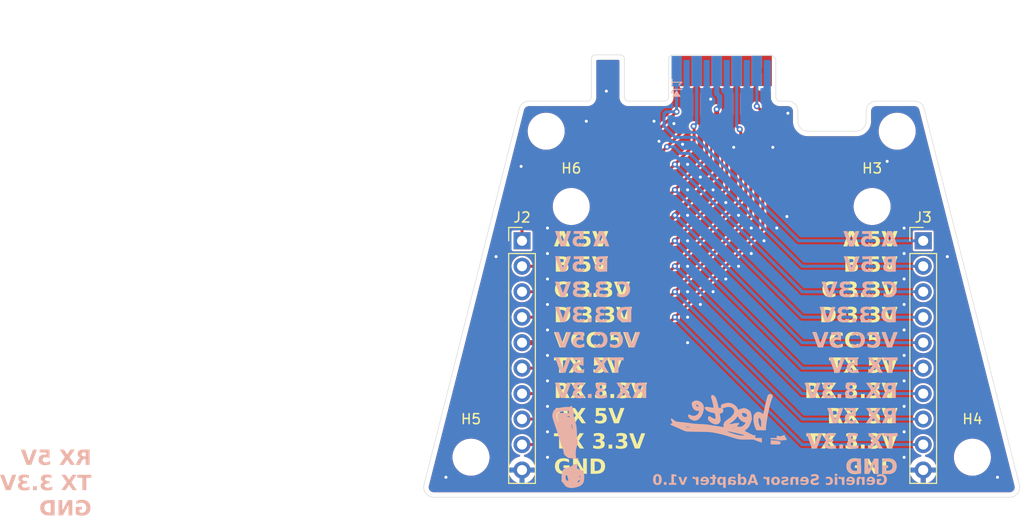
<source format=kicad_pcb>
(kicad_pcb (version 20240108) (generator "pcbnew") (generator_version "8.0")
  (layers (0 "F.Cu" signal) (1 "In1.Cu" signal) (2 "In2.Cu" signal) (31 "B.Cu" signal) (34 "B.Paste" user) (35 "F.Paste" user) (36 "B.SilkS" user "B.Silkscreen") (37 "F.SilkS" user "F.Silkscreen") (38 "B.Mask" user) (39 "F.Mask" user) (44 "Edge.Cuts" user))
  (net 0 "")
  (net 1 "/GPIO_B_5V")
  (net 2 "GND")
  (net 3 "/RX_5V")
  (net 4 "/GPIO_D_3.3V")
  (net 5 "/GPIO_C_3.3V")
  (net 6 "/GPIO_A_5V")
  (net 7 "/RX_3.3V")
  (net 8 "+5V")
  (net 9 "/TX_3.3V")
  (net 10 "/TX_5V")
  (footprint "MountingHole:MountingHole_3.2mm_M3_DIN965" (layer "F.Cu") (at 120 55)
    (property "Reference" "H3" (at 0 -3.8 0) (layer "F.SilkS"))
    (property "Value" "MountingHole")
    (pad "" np_thru_hole circle (at 0 0) (size 3.2 3.2) (drill 3.2) (layers "*.Cu" "*.Mask"))
  )
  (footprint "MountingHole:MountingHole_3.2mm_M3_DIN965" (layer "F.Cu") (at 130 80)
    (property "Reference" "H4" (at 0 -3.8 0) (layer "F.SilkS"))
    (property "Value" "MountingHole")
    (pad "" np_thru_hole circle (at 0 0) (size 3.2 3.2) (drill 3.2) (layers "*.Cu" "*.Mask"))
  )
  (footprint "MountingHole:MountingHole_3.2mm_M3_DIN965" (layer "F.Cu") (at 80 80)
    (property "Reference" "H5" (at 0 -3.8 0) (layer "F.SilkS"))
    (property "Value" "MountingHole")
    (pad "" np_thru_hole circle (at 0 0) (size 3.2 3.2) (drill 3.2) (layers "*.Cu" "*.Mask"))
  )
  (footprint "MountingHole:MountingHole_3.2mm_M3_DIN965" (layer "F.Cu") (at 122.5 47.49375)
    (property "Reference" "H2" (hide yes))
    (property "Value" "MountingHole")
    (pad "" np_thru_hole circle (at 0 0) (size 3.2 3.2) (drill 3.2) (layers "F&B.Cu" "*.Mask"))
  )
  (footprint "Connector_PinHeader_2.54mm:PinHeader_1x10_P2.54mm_Vertical" (layer "F.Cu") (at 125.095 58.42)
    (property "Reference" "J3" (at 0 -2.33 0) (layer "F.SilkS"))
    (property "Value" "Conn_02x05_Odd_Even")
    (pad "1" thru_hole rect (at 0 0) (size 1.7 1.7) (drill 1) (layers "*.Cu" "*.Mask") (net 6 "/GPIO_A_5V"))
    (pad "2" thru_hole oval (at 0 2.54) (size 1.7 1.7) (drill 1) (layers "*.Cu" "*.Mask") (net 1 "/GPIO_B_5V"))
    (pad "3" thru_hole oval (at 0 5.08) (size 1.7 1.7) (drill 1) (layers "*.Cu" "*.Mask") (net 5 "/GPIO_C_3.3V"))
    (pad "4" thru_hole oval (at 0 7.62) (size 1.7 1.7) (drill 1) (layers "*.Cu" "*.Mask") (net 4 "/GPIO_D_3.3V"))
    (pad "5" thru_hole oval (at 0 10.16) (size 1.7 1.7) (drill 1) (layers "*.Cu" "*.Mask") (net 8 "+5V"))
    (pad "6" thru_hole oval (at 0 12.7) (size 1.7 1.7) (drill 1) (layers "*.Cu" "*.Mask") (net 10 "/TX_5V"))
    (pad "7" thru_hole oval (at 0 15.24) (size 1.7 1.7) (drill 1) (layers "*.Cu" "*.Mask") (net 7 "/RX_3.3V"))
    (pad "8" thru_hole oval (at 0 17.78) (size 1.7 1.7) (drill 1) (layers "*.Cu" "*.Mask") (net 3 "/RX_5V"))
    (pad "9" thru_hole oval (at 0 20.32) (size 1.7 1.7) (drill 1) (layers "*.Cu" "*.Mask") (net 9 "/TX_3.3V"))
    (pad "10" thru_hole oval (at 0 22.86) (size 1.7 1.7) (drill 1) (layers "*.Cu" "*.Mask") (net 2 "GND"))
  )
  (footprint "MountingHole:MountingHole_3.2mm_M3_DIN965" (layer "F.Cu") (at 87.5 47.49375)
    (property "Reference" "H1" (hide yes))
    (property "Value" "MountingHole")
    (pad "" np_thru_hole circle (at 0 0) (size 3.2 3.2) (drill 3.2) (layers "F&B.Cu" "*.Mask"))
  )
  (footprint "Connector_PinHeader_2.54mm:PinHeader_1x10_P2.54mm_Vertical" (layer "F.Cu") (at 85.09 58.42)
    (property "Reference" "J2" (at 0 -2.33 0) (layer "F.SilkS"))
    (property "Value" "Conn_02x05_Odd_Even")
    (pad "1" thru_hole rect (at 0 0) (size 1.7 1.7) (drill 1) (layers "*.Cu" "*.Mask") (net 6 "/GPIO_A_5V"))
    (pad "2" thru_hole oval (at 0 2.54) (size 1.7 1.7) (drill 1) (layers "*.Cu" "*.Mask") (net 1 "/GPIO_B_5V"))
    (pad "3" thru_hole oval (at 0 5.08) (size 1.7 1.7) (drill 1) (layers "*.Cu" "*.Mask") (net 5 "/GPIO_C_3.3V"))
    (pad "4" thru_hole oval (at 0 7.62) (size 1.7 1.7) (drill 1) (layers "*.Cu" "*.Mask") (net 4 "/GPIO_D_3.3V"))
    (pad "5" thru_hole oval (at 0 10.16) (size 1.7 1.7) (drill 1) (layers "*.Cu" "*.Mask") (net 8 "+5V"))
    (pad "6" thru_hole oval (at 0 12.7) (size 1.7 1.7) (drill 1) (layers "*.Cu" "*.Mask") (net 10 "/TX_5V"))
    (pad "7" thru_hole oval (at 0 15.24) (size 1.7 1.7) (drill 1) (layers "*.Cu" "*.Mask") (net 7 "/RX_3.3V"))
    (pad "8" thru_hole oval (at 0 17.78) (size 1.7 1.7) (drill 1) (layers "*.Cu" "*.Mask") (net 3 "/RX_5V"))
    (pad "9" thru_hole oval (at 0 20.32) (size 1.7 1.7) (drill 1) (layers "*.Cu" "*.Mask") (net 9 "/TX_3.3V"))
    (pad "10" thru_hole oval (at 0 22.86) (size 1.7 1.7) (drill 1) (layers "*.Cu" "*.Mask") (net 2 "GND"))
  )
  (footprint "MountingHole:MountingHole_3.2mm_M3_DIN965" (layer "F.Cu") (at 90 55)
    (property "Reference" "H6" (at 0 -3.8 0) (layer "F.SilkS"))
    (property "Value" "MountingHole")
    (pad "" np_thru_hole circle (at 0 0) (size 3.2 3.2) (drill 3.2) (layers "*.Cu" "*.Mask"))
  )
  (footprint "LOGO" (layer "B.Cu") (at 99.596765 78.292498 180)
    (property "Reference" "G***" (hide yes))
    (property "Value" "LOGO" (hide yes))
  )
  (footprint "Own footprints:Gold fingers for Kyocera 02x05 - Generic" (layer "B.Cu") (at 100.000001 42.9875 90)
    (property "Reference" "J1" (at 0 0.5 -90) (layer "B.SilkS") (effects (font (thickness 0.1)) (justify mirror)))
    (property "Value" "Conn_02x05_Odd_Even")
    (pad "1" smd rect (at 1.4875 0.5 90) (size 3.025 0.999998) (layers "B.Cu" "B.Paste" "B.Mask") (net 6 "/GPIO_A_5V"))
    (pad "2" smd rect (at 1.4875 1.5 90) (size 3.025 1) (layers "F.Cu" "F.Paste" "F.Mask") (net 1 "/GPIO_B_5V"))
    (pad "3" smd rect (at 1.4875 2.5 90) (size 3.025 1) (layers "B.Cu" "B.Paste" "B.Mask") (net 5 "/GPIO_C_3.3V"))
    (pad "4" smd rect (at 1.4875 3.5 90) (size 3.025 1) (layers "F.Cu" "F.Paste" "F.Mask") (net 4 "/GPIO_D_3.3V"))
    (pad "5" smd rect (at 1.4875 4.499999 90) (size 3.025 1) (layers "B.Cu" "B.Paste" "B.Mask") (net 8 "+5V"))
    (pad "6" smd rect (at 1.4875 5.5 90) (size 3.025 1) (layers "F.Cu" "F.Paste" "F.Mask") (net 10 "/TX_5V"))
    (pad "7" smd rect (at 1.4875 6.5 90) (size 3.025 1) (layers "B.Cu" "B.Paste" "B.Mask") (net 7 "/RX_3.3V"))
    (pad "8" smd rect (at 1.4875 7.499999 90) (size 3.025 1) (layers "F.Cu" "F.Paste" "F.Mask") (net 3 "/RX_5V"))
    (pad "9" smd rect (at 1.5 8.5 90) (size 3.025 1) (layers "B.Cu" "B.Paste" "B.Mask") (net 9 "/TX_3.3V"))
    (pad "10" smd rect (at 1.5 9.499999 90) (size 3.025 1) (layers "F.Cu" "F.Paste" "F.Mask") (net 2 "GND"))
  )
  (gr_line (start 92 40.282843) (end 92 44.09375) (stroke (width 0.05)) (layer "Edge.Cuts"))
  (gr_line (start 134.684703 82.748328) (end 125.191032 45.248328) (stroke (width 0.05)) (layer "Edge.Cuts"))
  (gr_line (start 113.6 47.49375) (end 118.4 47.49375) (stroke (width 0.05)) (layer "Edge.Cuts"))
  (gr_arc (start 99.7 44.09375) (mid 99.582843 44.376593) (end 99.3 44.49375) (stroke (width 0.05)) (layer "Edge.Cuts"))
  (gr_arc (start 124.221616 44.49375) (mid 124.835848 44.704638) (end 125.191032 45.248328) (stroke (width 0.05)) (layer "Edge.Cuts"))
  (gr_arc (start 119.4 46.49375) (mid 119.107124 47.200889) (end 118.4 47.49375) (stroke (width 0.05)) (layer "Edge.Cuts"))
  (gr_arc (start 119.4 45.49375) (mid 119.692876 44.786611) (end 120.4 44.49375) (stroke (width 0.05)) (layer "Edge.Cuts"))
  (gr_line (start 110.4 40.29375) (end 110.4 44.09375) (stroke (width 0.05)) (layer "Edge.Cuts"))
  (gr_line (start 84.808968 45.248328) (end 75.315297 82.748328) (stroke (width 0.05)) (layer "Edge.Cuts"))
  (gr_arc (start 76.284713 83.99375) (mid 75.495585 83.607995) (end 75.315297 82.748328) (stroke (width 0.05)) (layer "Edge.Cuts"))
  (gr_line (start 99.7 40.19375) (end 99.7 44.09375) (stroke (width 0.05)) (layer "Edge.Cuts"))
  (gr_arc (start 95.7 44.49375) (mid 95.417157 44.376593) (end 95.3 44.09375) (stroke (width 0.05)) (layer "Edge.Cuts"))
  (gr_line (start 76.284713 83.99375) (end 133.715287 83.99375) (stroke (width 0.05)) (layer "Edge.Cuts"))
  (gr_line (start 100 39.89375) (end 99.7 40.19375) (stroke (width 0.05)) (layer "Edge.Cuts"))
  (gr_line (start 99.3 44.49375) (end 95.7 44.49375) (stroke (width 0.05)) (layer "Edge.Cuts"))
  (gr_arc (start 134.684703 82.748328) (mid 134.504405 83.607986) (end 133.715287 83.99375) (stroke (width 0.05)) (layer "Edge.Cuts"))
  (gr_line (start 110.8 44.49375) (end 111.6 44.49375) (stroke (width 0.05)) (layer "Edge.Cuts"))
  (gr_line (start 112.6 45.49375) (end 112.6 46.49375) (stroke (width 0.05)) (layer "Edge.Cuts"))
  (gr_line (start 110 39.89375) (end 110.4 40.29375) (stroke (width 0.05)) (layer "Edge.Cuts"))
  (gr_line (start 120.4 44.49375) (end 124.221616 44.49375) (stroke (width 0.05)) (layer "Edge.Cuts"))
  (gr_arc (start 113.6 47.49375) (mid 112.892911 47.200854) (end 112.6 46.49375) (stroke (width 0.05)) (layer "Edge.Cuts"))
  (gr_line (start 119.4 46.49375) (end 119.4 45.49375) (stroke (width 0.05)) (layer "Edge.Cuts"))
  (gr_arc (start 110.8 44.49375) (mid 110.517157 44.376593) (end 110.4 44.09375) (stroke (width 0.05)) (layer "Edge.Cuts"))
  (gr_arc (start 92 44.09375) (mid 91.882843 44.376593) (end 91.6 44.49375) (stroke (width 0.05)) (layer "Edge.Cuts"))
  (gr_arc (start 84.808968 45.248328) (mid 85.164142 44.704625) (end 85.778384 44.49375) (stroke (width 0.05)) (layer "Edge.Cuts"))
  (gr_line (start 110 39.89375) (end 100 39.89375) (stroke (width 0.05)) (layer "Edge.Cuts"))
  (gr_arc (start 92 40.282843) (mid 92.11714 39.999968) (end 92.4 39.882843) (stroke (width 0.05)) (layer "Edge.Cuts"))
  (gr_line (start 95.3 44.09375) (end 95.3 40.282843) (stroke (width 0.05)) (layer "Edge.Cuts"))
  (gr_line (start 91.6 44.49375) (end 85.778384 44.49375) (stroke (width 0.05)) (layer "Edge.Cuts"))
  (gr_arc (start 94.9 39.882843) (mid 95.182825 40.000003) (end 95.3 40.282843) (stroke (width 0.05)) (layer "Edge.Cuts"))
  (gr_arc (start 111.6 44.49375) (mid 112.307089 44.786646) (end 112.6 45.49375) (stroke (width 0.05)) (layer "Edge.Cuts"))
  (gr_line (start 94.9 39.882843) (end 92.4 39.882843) (stroke (width 0.05)) (layer "Edge.Cuts"))
  (gr_text "RX 5V\nTX 3.3V\nGND\n" (at 42.16 86.06 0) (layer "B.SilkS") (effects (font (size 1.5 1.5) (thickness 0.3) (bold yes)) (justify left bottom mirror)))
  (gr_text "A 5V\nB 5V\nC 3.3V\nD 3.3V\nVCC 5V\nTX 5V\nRX 3.3V\n" (at 88.36 74.35 0) (layer "B.SilkS") (effects (font (size 1.5 1.5) (thickness 0.3) (bold yes)) (justify right bottom mirror)))
  (gr_text "A 5V\nB 5V\nC 3.3V\nD 3.3V\nVCC 5V\nTX 5V\nRX 3.3V\nRX 5V\nTX 3.3V\nGND\n" (at 122.555 81.915 -0) (layer "B.SilkS") (effects (font (size 1.5 1.5) (thickness 0.3) (bold yes)) (justify left bottom mirror)))
  (gr_text "Generic Sensor Adapter v1.0" (at 98.083239 82.932498 0) (layer "B.SilkS") (effects (font (size 1.035 1.035) (thickness 0.2) (bold yes)) (justify right bottom mirror)))
  (gr_text "A 5V\nB 5V\nC 3.3V\nD 3.3V\nVCC 5V\nTX 5V\nRX 3.3V\nRX 5V\nTX 3.3V\nGND\n" (at 88.265 81.915 0) (layer "F.SilkS") (effects (font (size 1.5 1.5) (thickness 0.3) (bold yes)) (justify left bottom)))
  (gr_text "A 5V\nB 5V\nC 3.3V\nD 3.3V\nVCC 5V\nTX 5V\nRX 3.3V\nRX 5V\nTX 3.3V\nGND\n" (at 122.555 81.915 0) (layer "F.SilkS") (effects (font (size 1.5 1.5) (thickness 0.3) (bold yes)) (justify right bottom)))
  (segment (start 101.500001 43.5) (end 101.500001 41.5) (width 0.3) (layer "F.Cu") (net 1))
  (segment (start 99.545 49.045) (end 101.1 47.49) (width 0.3) (layer "F.Cu") (net 1))
  (segment (start 87.63 60.96) (end 85.09 60.96) (width 0.3) (layer "F.Cu") (net 1))
  (segment (start 99.545 49.045) (end 87.63 60.96) (width 0.3) (layer "F.Cu") (net 1))
  (segment (start 101.1 47.49) (end 101.1 46.6) (width 0.3) (layer "F.Cu") (net 1))
  (segment (start 101.1 46.6) (end 101.8 45.9) (width 0.3) (layer "F.Cu") (net 1))
  (segment (start 101.8 45.9) (end 101.8 43.8) (width 0.3) (layer "F.Cu") (net 1))
  (segment (start 101.8 43.8) (end 101.500001 43.5) (width 0.3) (layer "F.Cu") (net 1))
  (via (at 99.545 49.045) (size 0.6) (drill 0.3) (layers "F.Cu" "B.Cu") (net 1))
  (segment (start 100.9 49.7) (end 101.77 49.7) (width 0.3) (layer "B.Cu") (net 1))
  (segment (start 100.245 49.045) (end 100.9 49.7) (width 0.3) (layer "B.Cu") (net 1))
  (segment (start 99.545 49.045) (end 100.245 49.045) (width 0.3) (layer "B.Cu") (net 1))
  (segment (start 113.03 60.96) (end 125.73 60.96) (width 0.3) (layer "B.Cu") (net 1))
  (segment (start 101.77 49.7) (end 113.03 60.96) (width 0.3) (layer "B.Cu") (net 1))
  (via (at 77.5 82) (size 0.6) (drill 0.3) (layers "F.Cu" "B.Cu") (net 2))
  (via (at 101.6 63.5) (size 0.6) (drill 0.3) (layers "F.Cu" "B.Cu") (net 2))
  (via (at 123.19 69.85) (size 0.6) (drill 0.3) (layers "F.Cu" "B.Cu") (net 2))
  (via (at 101.6 68.58) (size 0.6) (drill 0.3) (layers "F.Cu" "B.Cu") (net 2))
  (via (at 100.23462 46.73462) (size 0.6) (drill 0.3) (layers "F.Cu" "B.Cu") (net 2))
  (via (at 101.6 55.88) (size 0.6) (drill 0.3) (layers "F.Cu" "B.Cu") (net 2))
  (via (at 87.63 80.01) (size 0.6) (drill 0.3) (layers "F.Cu" "B.Cu") (net 2))
  (via (at 121.5 50.5) (size 0.6) (drill 0.3) (layers "F.Cu" "B.Cu") (net 2))
  (via (at 82.5 60) (size 0.6) (drill 0.3) (layers "F.Cu" "B.Cu") (net 2))
  (via (at 110.1 49.1) (size 0.6) (drill 0.3) (layers "F.Cu" "B.Cu") (net 2))
  (via (at 123.19 74.93) (size 0.6) (drill 0.3) (layers "F.Cu" "B.Cu") (net 2))
  (via (at 87.63 64.77) (size 0.6) (drill 0.3) (layers "F.Cu" "B.Cu") (net 2))
  (via (at 87.63 62.23) (size 0.6) (drill 0.3) (layers "F.Cu" "B.Cu") (net 2))
  (via (at 132.5 82) (size 0.6) (drill 0.3) (layers "F.Cu" "B.Cu") (net 2))
  (via (at 101.6 66.04) (size 0.6) (drill 0.3) (layers "F.Cu" "B.Cu") (net 2))
  (via (at 87.63 74.93) (size 0.6) (drill 0.3) (layers "F.Cu" "B.Cu") (net 2))
  (via (at 101.6 58.42) (size 0.6) (drill 0.3) (layers "F.Cu" "B.Cu") (net 2))
  (via (at 107.95 59.69) (size 0.6) (drill 0.3) (layers "F.Cu" "B.Cu") (net 2))
  (via (at 123.19 59.69) (size 0.6) (drill 0.3) (layers "F.Cu" "B.Cu") (net 2))
  (via (at 98.75 48.5) (size 0.6) (drill 0.3) (layers "F.Cu" "B.Cu") (net 2))
  (via (at 106.68 55.88) (size 0.6) (drill 0.3) (layers "F.Cu" "B.Cu") (net 2))
  (via (at 98.25 46.5) (size 0.6) (drill 0.3) (layers "F.Cu" "B.Cu") (net 2))
  (via (at 123.19 77.47) (size 0.6) (drill 0.3) (layers "F.Cu" "B.Cu") (net 2))
  (via (at 127.5 60) (size 0.6) (drill 0.3) (layers "F.Cu" "B.Cu") (net 2))
  (via (at 91.5 46.5) (size 0.6) (drill 0.3) (layers "F.Cu" "B.Cu") (net 2))
  (via (at 87.63 67.31) (size 0.6) (drill 0.3) (layers "F.Cu" "B.Cu") (net 2))
  (via (at 123.19 64.77) (size 0.6) (drill 0.3) (layers "F.Cu" "B.Cu") (net 2))
  (via (at 101.1 48.8) (size 0.6) (drill 0.3) (layers "F.Cu" "B.Cu") (net 2))
  (via (at 123.19 72.39) (size 0.6) (drill 0.3) (layers "F.Cu" "B.Cu") (net 2))
  (via (at 101.6 50.8) (size 0.6) (drill 0.3) (layers "F.Cu" "B.Cu") (net 2))
  (via (at 105.41 54.61) (size 0.6) (drill 0.3) (layers "F.Cu" "B.Cu") (net 2))
  (via (at 102.87 64.77) (size 0.6) (drill 0.3) (layers "F.Cu" "B.Cu") (net 2))
  (via (at 106.68 60.96) (size 0.6) (drill 0.3) (layers "F.Cu" "B.Cu") (net 2))
  (via (at 123.19 62.23) (size 0.6) (drill 0.3) (layers "F.Cu" "B.Cu") (net 2))
  (via (at 123.19 67.31) (size 0.6) (drill 0.3) (layers "F.Cu" "B.Cu") (net 2))
  (via (at 106.2 49.1) (size 0.6) (drill 0.3) (layers "F.Cu" "B.Cu") (net 2))
  (via (at 87.63 57.15) (size 0.6) (drill 0.3) (layers "F.Cu" "B.Cu") (net 2))
  (via (at 109.22 58.42) (size 0.6) (drill 0.3) (layers "F.Cu" "B.Cu") (net 2))
  (via (at 87.63 77.47) (size 0.6) (drill 0.3) (layers "F.Cu" "B.Cu") (net 2))
  (via (at 103.9 44.3) (size 0.6) (drill 0.3) (layers "F.Cu" "B.Cu") (net 2))
  (via (at 102.87 52.07) (size 0.6) (drill 0.3) (layers "F.Cu" "B.Cu") (net 2))
  (via (at 87.63 59.69) (size 0.6) (drill 0.3) (layers "F.Cu" "B.Cu") (net 2))
  (via (at 101.6 53.34) (size 0.6) (drill 0.3) (layers "F.Cu" "B.Cu") (net 2))
  (via (at 87.63 72.39) (size 0.6) (drill 0.3) (layers "F.Cu" "B.Cu") (net 2))
  (via (at 104.14 53.34) (size 0.6) (drill 0.3) (layers "F.Cu" "B.Cu") (net 2))
  (via (at 111.6 45.7) (size 0.6) (drill 0.3) (layers "F.Cu" "B.Cu") (net 2))
  (via (at 85 51) (size 0.6) (drill 0.3) (layers "F.Cu" "B.Cu") (net 2))
  (via (at 111.5 56) (size 0.6) (drill 0.3) (layers "F.Cu" "B.Cu") (net 2))
  (via (at 101.6 60.96) (size 0.6) (drill 0.3) (layers "F.Cu" "B.Cu") (net 2))
  (via (at 123.19 80.01) (size 0.6) (drill 0.3) (layers "F.Cu" "B.Cu") (net 2))
  (via (at 87.63 69.85) (size 0.6) (drill 0.3) (layers "F.Cu" "B.Cu") (net 2))
  (via (at 93.5 43.5) (size 0.6) (drill 0.3) (layers "F.Cu" "B.Cu") (net 2))
  (via (at 110.49 57.15) (size 0.6) (drill 0.3) (layers "F.Cu" "B.Cu") (net 2))
  (via (at 123.19 57.15) (size 0.6) (drill 0.3) (layers "F.Cu" "B.Cu") (net 2))
  (via (at 105.41 62.23) (size 0.6) (drill 0.3) (layers "F.Cu" "B.Cu") (net 2))
  (via (at 107.95 57.15) (size 0.6) (drill 0.3) (layers "F.Cu" "B.Cu") (net 2))
  (via (at 104.14 63.5) (size 0.6) (drill 0.3) (layers "F.Cu" "B.Cu") (net 2))
  (segment (start 107.9 46.5) (end 107.9 55.93) (width 0.3) (layer "F.Cu") (net 3))
  (segment (start 107.5 41.5) (end 107.5 43.5) (width 0.3) (layer "F.Cu") (net 3))
  (segment (start 107.2 45.8) (end 107.9 46.5) (width 0.3) (layer "F.Cu") (net 3))
  (segment (start 87.63 76.2) (end 100.33 63.5) (width 0.3) (layer "F.Cu") (net 3))
  (segment (start 107.5 43.5) (end 107.2 43.8) (width 0.3) (layer "F.Cu") (net 3))
  (segment (start 107.9 55.93) (end 100.33 63.5) (width 0.3) (layer "F.Cu") (net 3))
  (segment (start 85.09 76.2) (end 87.63 76.2) (width 0.3) (layer "F.Cu") (net 3))
  (segment (start 107.2 43.8) (end 107.2 45.8) (width 0.3) (layer "F.Cu") (net 3))
  (via (at 100.33 63.5) (size 0.6) (drill 0.3) (layers "F.Cu" "B.Cu") (net 3))
  (segment (start 125.73 76.2) (end 113.03 76.2) (width 0.3) (layer "B.Cu") (net 3))
  (segment (start 113.03 76.2) (end 100.33 63.5) (width 0.3) (layer "B.Cu") (net 3))
  (segment (start 103.500001 41.5) (end 103.500001 43.4) (width 0.3) (layer "F.Cu") (net 4))
  (segment (start 103.500001 46.1) (end 103.500001 50.169999) (width 0.3) (layer "F.Cu") (net 4))
  (segment (start 103.500001 43.4) (end 103.500001 43.499999) (width 0.3) (layer "F.Cu") (net 4))
  (segment (start 87.63 66.04) (end 85.09 66.04) (width 0.3) (layer "F.Cu") (net 4))
  (segment (start 103.500001 50.169999) (end 100.33 53.34) (width 0.3) (layer "F.Cu") (net 4))
  (segment (start 103.2 43.8) (end 103.200001 45.8) (width 0.3) (layer "F.Cu") (net 4))
  (segment (start 103.500001 43.499999) (end 103.2 43.8) (width 0.3) (layer "F.Cu") (net 4))
  (segment (start 103.200001 45.8) (end 103.500001 46.1) (width 0.3) (layer "F.Cu") (net 4))
  (segment (start 100.33 53.34) (end 87.63 66.04) (width 0.3) (layer "F.Cu") (net 4))
  (via (at 100.33 53.34) (size 0.6) (drill 0.3) (layers "F.Cu" "B.Cu") (net 4))
  (segment (start 113.03 66.04) (end 100.33 53.34) (width 0.3) (layer "B.Cu") (net 4))
  (segment (start 125.73 66.04) (end 113.03 66.04) (width 0.3) (layer "B.Cu") (net 4))
  (segment (start 100.33 50.8) (end 87.63 63.5) (width 0.3) (layer "F.Cu") (net 5))
  (segment (start 102.25 47.05) (end 102.25 48.88) (width 0.3) (layer "F.Cu") (net 5))
  (segment (start 102.2 47) (end 102.25 47.05) (width 0.3) (layer "F.Cu") (net 5))
  (segment (start 87.63 63.5) (end 85.09 63.5) (width 0.3) (layer "F.Cu") (net 5))
  (segment (start 102.25 48.88) (end 100.33 50.8) (width 0.3) (layer "F.Cu") (net 5))
  (via (at 102.2 47) (size 0.6) (drill 0.3) (layers "F.Cu" "B.Cu") (net 5))
  (via (at 100.33 50.8) (size 0.6) (drill 0.3) (layers "F.Cu" "B.Cu") (net 5))
  (segment (start 125.73 63.5) (end 113.03 63.5) (width 0.3) (layer "B.Cu") (net 5))
  (segment (start 102.500001 46.699999) (end 102.500001 41.5) (width 0.3) (layer "B.Cu") (net 5))
  (segment (start 113.03 63.5) (end 100.33 50.8) (width 0.3) (layer "B.Cu") (net 5))
  (segment (start 102.2 47) (end 102.500001 46.699999) (width 0.3) (layer "B.Cu") (net 5))
  (segment (start 89.535 52.07) (end 85.09 56.515) (width 0.3) (layer "F.Cu") (net 6))
  (segment (start 93.98 52.07) (end 89.535 52.07) (width 0.3) (layer "F.Cu") (net 6))
  (segment (start 85.09 56.515) (end 85.09 58.42) (width 0.3) (layer "F.Cu") (net 6))
  (segment (start 100.500001 45.549999) (end 93.98 52.07) (width 0.3) (layer "F.Cu") (net 6))
  (via (at 100.500001 45.549999) (size 0.6) (drill 0.3) (layers "F.Cu" "B.Cu") (net 6))
  (segment (start 102.359239 48.1) (end 112.679239 58.42) (width 0.3) (layer "B.Cu") (net 6))
  (segment (start 99.25 47) (end 100.35 48.1) (width 0.3) (layer "B.Cu") (net 6))
  (segment (start 99.450001 45.549999) (end 99.25 45.75) (width 0.3) (layer "B.Cu") (net 6))
  (segment (start 100.35 48.1) (end 102.359239 48.1) (width 0.3) (layer "B.Cu") (net 6))
  (segment (start 112.679239 58.42) (end 125.73 58.42) (width 0.3) (layer "B.Cu") (net 6))
  (segment (start 100.500001 45.549999) (end 99.450001 45.549999) (width 0.3) (layer "B.Cu") (net 6))
  (segment (start 100.500001 45.549999) (end 100.500001 41.5) (width 0.3) (layer "B.Cu") (net 6))
  (segment (start 99.25 45.75) (end 99.25 47) (width 0.3) (layer "B.Cu") (net 6))
  (segment (start 106.9 54.39) (end 100.33 60.96) (width 0.3) (layer "F.Cu") (net 7))
  (segment (start 87.63 73.66) (end 85.09 73.66) (width 0.3) (layer "F.Cu") (net 7))
  (segment (start 106.8 47.3) (end 106.9 47.4) (width 0.3) (layer "F.Cu") (net 7))
  (segment (start 100.33 60.96) (end 87.63 73.66) (width 0.3) (layer "F.Cu") (net 7))
  (segment (start 106.9 47.4) (end 106.9 54.39) (width 0.3) (layer "F.Cu") (net 7))
  (via (at 106.8 47.3) (size 0.6) (drill 0.3) (layers "F.Cu" "B.Cu") (net 7))
  (via (at 100.33 60.96) (size 0.6) (drill 0.3) (layers "F.Cu" "B.Cu") (net 7))
  (segment (start 125.73 73.66) (end 113.03 73.66) (width 0.3) (layer "B.Cu") (net 7))
  (segment (start 106.500001 47.000001) (end 106.500001 41.5) (width 0.3) (layer "B.Cu") (net 7))
  (segment (start 113.03 73.66) (end 100.33 60.96) (width 0.3) (layer "B.Cu") (net 7))
  (segment (start 106.8 47.3) (end 106.500001 47.000001) (width 0.3) (layer "B.Cu") (net 7))
  (segment (start 85.09 68.58) (end 87.63 68.58) (width 0.5) (layer "F.Cu") (net 8))
  (segment (start 104.5 51.71) (end 100.33 55.88) (width 0.5) (layer "F.Cu") (net 8))
  (segment (start 87.63 68.58) (end 100.33 55.88) (width 0.5) (layer "F.Cu") (net 8))
  (segment (start 104.5 45.3) (end 104.5 51.71) (width 0.5) (layer "F.Cu") (net 8))
  (via (at 100.33 55.88) (size 0.6) (drill 0.3) (layers "F.Cu" "B.Cu") (net 8))
  (via (at 104.5 45.3) (size 0.6) (drill 0.3) (layers "F.Cu" "B.Cu") (net 8))
  (segment (start 125.73 68.58) (end 113.03 68.58) (width 0.3) (layer "B.Cu") (net 8))
  (segment (start 104.8 44.039339) (end 104.8 45) (width 0.5) (layer "B.Cu") (net 8))
  (segment (start 113.03 68.58) (end 100.33 55.88) (width 0.3) (layer "B.Cu") (net 8))
  (segment (start 104.5 43.739339) (end 104.8 44.039339) (width 0.5) (layer "B.Cu") (net 8))
  (segment (start 104.8 45) (end 104.5 45.3) (width 0.5) (layer "B.Cu") (net 8))
  (segment (start 104.5 41.5) (end 104.5 43.739339) (width 0.5) (layer "B.Cu") (net 8))
  (segment (start 85.09 78.74) (end 87.63 78.74) (width 0.3) (layer "F.Cu") (net 9))
  (segment (start 109.1 45.599999) (end 109.1 57.27) (width 0.3) (layer "F.Cu") (net 9))
  (segment (start 109.1 57.27) (end 100.33 66.04) (width 0.3) (layer "F.Cu") (net 9))
  (segment (start 108.500001 45) (end 109.1 45.599999) (width 0.3) (layer "F.Cu") (net 9))
  (segment (start 87.63 78.74) (end 100.33 66.04) (width 0.3) (layer "F.Cu") (net 9))
  (via (at 108.500001 45) (size 0.6) (drill 0.3) (layers "F.Cu" "B.Cu") (net 9))
  (via (at 100.33 66.04) (size 0.6) (drill 0.3) (layers "F.Cu" "B.Cu") (net 9))
  (segment (start 113.03 78.74) (end 100.33 66.04) (width 0.3) (layer "B.Cu") (net 9))
  (segment (start 108.500001 45) (end 108.500001 41.4875) (width 0.3) (layer "B.Cu") (net 9))
  (segment (start 125.73 78.74) (end 113.03 78.74) (width 0.3) (layer "B.Cu") (net 9))
  (segment (start 105.8 45.800001) (end 105.500001 46.1) (width 0.3) (layer "F.Cu") (net 10))
  (segment (start 105.8 43.8) (end 105.8 45.800001) (width 0.3) (layer "F.Cu") (net 10))
  (segment (start 105.500001 43.5) (end 105.8 43.8) (width 0.3) (layer "F.Cu") (net 10))
  (segment (start 87.63 71.12) (end 100.33 58.42) (width 0.3) (layer "F.Cu") (net 10))
  (segment (start 105.500001 46.1) (end 105.500001 53.249999) (width 0.3) (layer "F.Cu") (net 10))
  (segment (start 105.500001 53.249999) (end 105.375 53.375) (width 0.3) (layer "F.Cu") (net 10))
  (segment (start 105.500001 41.5) (end 105.500001 43.5) (width 0.3) (layer "F.Cu") (net 10))
  (segment (start 100.33 58.42) (end 105.375 53.375) (width 0.3) (layer "F.Cu") (net 10))
  (segment (start 85.09 71.12) (end 87.63 71.12) (width 0.3) (layer "F.Cu") (net 10))
  (via (at 100.33 58.42) (size 0.6) (drill 0.3) (layers "F.Cu" "B.Cu") (net 10))
  (segment (start 125.73 71.12) (end 113.03 71.12) (width 0.3) (layer "B.Cu") (net 10))
  (segment (start 113.03 71.12) (end 100.33 58.42) (width 0.3) (layer "B.Cu") (net 10))
  (zone (net 2) (net_name "GND") (layers "F&B.Cu") (connect_pads (clearance 0.2)) (min_thickness 0.2) (fill yes (thermal_gap 0.5) (thermal_bridge_width 0.5))
    (polygon (pts (xy 75 35) (xy 135 35) (xy 135 85) (xy 75 85)))
  )
)
</source>
